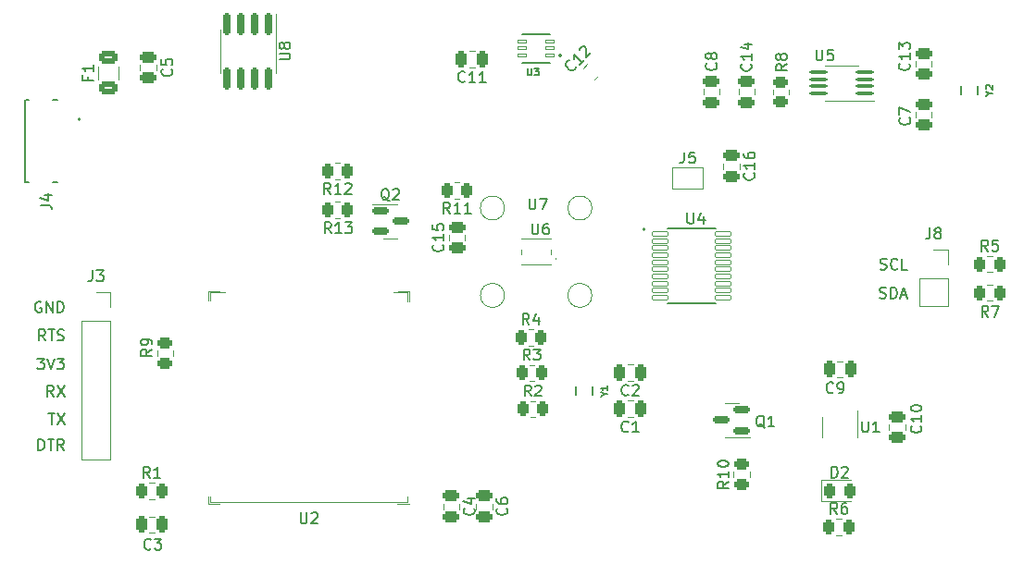
<source format=gto>
G04 #@! TF.GenerationSoftware,KiCad,Pcbnew,6.0.11-2627ca5db0~126~ubuntu20.04.1*
G04 #@! TF.CreationDate,2023-04-04T17:10:53-04:00*
G04 #@! TF.ProjectId,water_meter,77617465-725f-46d6-9574-65722e6b6963,rev?*
G04 #@! TF.SameCoordinates,Original*
G04 #@! TF.FileFunction,Legend,Top*
G04 #@! TF.FilePolarity,Positive*
%FSLAX46Y46*%
G04 Gerber Fmt 4.6, Leading zero omitted, Abs format (unit mm)*
G04 Created by KiCad (PCBNEW 6.0.11-2627ca5db0~126~ubuntu20.04.1) date 2023-04-04 17:10:53*
%MOMM*%
%LPD*%
G01*
G04 APERTURE LIST*
G04 Aperture macros list*
%AMRoundRect*
0 Rectangle with rounded corners*
0 $1 Rounding radius*
0 $2 $3 $4 $5 $6 $7 $8 $9 X,Y pos of 4 corners*
0 Add a 4 corners polygon primitive as box body*
4,1,4,$2,$3,$4,$5,$6,$7,$8,$9,$2,$3,0*
0 Add four circle primitives for the rounded corners*
1,1,$1+$1,$2,$3*
1,1,$1+$1,$4,$5*
1,1,$1+$1,$6,$7*
1,1,$1+$1,$8,$9*
0 Add four rect primitives between the rounded corners*
20,1,$1+$1,$2,$3,$4,$5,0*
20,1,$1+$1,$4,$5,$6,$7,0*
20,1,$1+$1,$6,$7,$8,$9,0*
20,1,$1+$1,$8,$9,$2,$3,0*%
G04 Aperture macros list end*
%ADD10C,0.150000*%
%ADD11C,0.120000*%
%ADD12C,0.127000*%
%ADD13C,0.200000*%
%ADD14C,0.100000*%
%ADD15C,1.530000*%
%ADD16C,5.175000*%
%ADD17RoundRect,0.150000X-0.150000X0.825000X-0.150000X-0.825000X0.150000X-0.825000X0.150000X0.825000X0*%
%ADD18R,1.500000X0.900000*%
%ADD19R,0.900000X1.500000*%
%ADD20R,0.900000X0.900000*%
%ADD21RoundRect,0.020500X-0.719500X-0.184500X0.719500X-0.184500X0.719500X0.184500X-0.719500X0.184500X0*%
%ADD22RoundRect,0.250000X-0.625000X0.375000X-0.625000X-0.375000X0.625000X-0.375000X0.625000X0.375000X0*%
%ADD23RoundRect,0.243750X-0.243750X-0.456250X0.243750X-0.456250X0.243750X0.456250X-0.243750X0.456250X0*%
%ADD24R,1.900000X1.100000*%
%ADD25RoundRect,0.250000X-0.262500X-0.450000X0.262500X-0.450000X0.262500X0.450000X-0.262500X0.450000X0*%
%ADD26RoundRect,0.250000X0.262500X0.450000X-0.262500X0.450000X-0.262500X-0.450000X0.262500X-0.450000X0*%
%ADD27RoundRect,0.250000X0.450000X-0.262500X0.450000X0.262500X-0.450000X0.262500X-0.450000X-0.262500X0*%
%ADD28RoundRect,0.250000X-0.450000X0.262500X-0.450000X-0.262500X0.450000X-0.262500X0.450000X0.262500X0*%
%ADD29RoundRect,0.250000X-0.475000X0.250000X-0.475000X-0.250000X0.475000X-0.250000X0.475000X0.250000X0*%
%ADD30RoundRect,0.250000X0.475000X-0.250000X0.475000X0.250000X-0.475000X0.250000X-0.475000X-0.250000X0*%
%ADD31RoundRect,0.250000X0.159099X-0.512652X0.512652X-0.159099X-0.159099X0.512652X-0.512652X0.159099X0*%
%ADD32RoundRect,0.250000X0.250000X0.475000X-0.250000X0.475000X-0.250000X-0.475000X0.250000X-0.475000X0*%
%ADD33RoundRect,0.250000X-0.250000X-0.475000X0.250000X-0.475000X0.250000X0.475000X-0.250000X0.475000X0*%
%ADD34C,1.100000*%
%ADD35R,1.000000X0.600000*%
%ADD36RoundRect,0.150000X-0.587500X-0.150000X0.587500X-0.150000X0.587500X0.150000X-0.587500X0.150000X0*%
%ADD37C,5.000000*%
%ADD38RoundRect,0.012800X0.357200X0.147200X-0.357200X0.147200X-0.357200X-0.147200X0.357200X-0.147200X0*%
%ADD39R,1.300000X2.000000*%
%ADD40R,1.000000X1.500000*%
%ADD41C,0.500000*%
%ADD42R,1.350000X0.400000*%
%ADD43R,1.400000X1.600000*%
%ADD44R,1.900000X1.900000*%
%ADD45O,1.800000X0.900000*%
%ADD46R,1.700000X1.700000*%
%ADD47O,1.700000X1.700000*%
%ADD48R,0.650000X1.560000*%
%ADD49RoundRect,0.150000X0.587500X0.150000X-0.587500X0.150000X-0.587500X-0.150000X0.587500X-0.150000X0*%
%ADD50RoundRect,0.100000X0.712500X0.100000X-0.712500X0.100000X-0.712500X-0.100000X0.712500X-0.100000X0*%
%ADD51C,1.000000*%
G04 APERTURE END LIST*
D10*
X111731904Y-126622380D02*
X112350952Y-126622380D01*
X112017619Y-127003333D01*
X112160476Y-127003333D01*
X112255714Y-127050952D01*
X112303333Y-127098571D01*
X112350952Y-127193809D01*
X112350952Y-127431904D01*
X112303333Y-127527142D01*
X112255714Y-127574761D01*
X112160476Y-127622380D01*
X111874761Y-127622380D01*
X111779523Y-127574761D01*
X111731904Y-127527142D01*
X112636666Y-126622380D02*
X112970000Y-127622380D01*
X113303333Y-126622380D01*
X113541428Y-126622380D02*
X114160476Y-126622380D01*
X113827142Y-127003333D01*
X113970000Y-127003333D01*
X114065238Y-127050952D01*
X114112857Y-127098571D01*
X114160476Y-127193809D01*
X114160476Y-127431904D01*
X114112857Y-127527142D01*
X114065238Y-127574761D01*
X113970000Y-127622380D01*
X113684285Y-127622380D01*
X113589047Y-127574761D01*
X113541428Y-127527142D01*
X112731905Y-131682380D02*
X113303333Y-131682380D01*
X113017619Y-132682380D02*
X113017619Y-131682380D01*
X113541429Y-131682380D02*
X114208095Y-132682380D01*
X114208095Y-131682380D02*
X113541429Y-132682380D01*
X111827142Y-135032380D02*
X111827142Y-134032380D01*
X112065238Y-134032380D01*
X112208095Y-134080000D01*
X112303333Y-134175238D01*
X112350952Y-134270476D01*
X112398571Y-134460952D01*
X112398571Y-134603809D01*
X112350952Y-134794285D01*
X112303333Y-134889523D01*
X112208095Y-134984761D01*
X112065238Y-135032380D01*
X111827142Y-135032380D01*
X112684285Y-134032380D02*
X113255714Y-134032380D01*
X112970000Y-135032380D02*
X112970000Y-134032380D01*
X114160476Y-135032380D02*
X113827142Y-134556190D01*
X113589047Y-135032380D02*
X113589047Y-134032380D01*
X113970000Y-134032380D01*
X114065238Y-134080000D01*
X114112857Y-134127619D01*
X114160476Y-134222857D01*
X114160476Y-134365714D01*
X114112857Y-134460952D01*
X114065238Y-134508571D01*
X113970000Y-134556190D01*
X113589047Y-134556190D01*
X113208095Y-130082380D02*
X112874762Y-129606190D01*
X112636666Y-130082380D02*
X112636666Y-129082380D01*
X113017619Y-129082380D01*
X113112857Y-129130000D01*
X113160476Y-129177619D01*
X113208095Y-129272857D01*
X113208095Y-129415714D01*
X113160476Y-129510952D01*
X113112857Y-129558571D01*
X113017619Y-129606190D01*
X112636666Y-129606190D01*
X113541428Y-129082380D02*
X114208095Y-130082380D01*
X114208095Y-129082380D02*
X113541428Y-130082380D01*
X112446190Y-124982380D02*
X112112857Y-124506190D01*
X111874762Y-124982380D02*
X111874762Y-123982380D01*
X112255714Y-123982380D01*
X112350952Y-124030000D01*
X112398571Y-124077619D01*
X112446190Y-124172857D01*
X112446190Y-124315714D01*
X112398571Y-124410952D01*
X112350952Y-124458571D01*
X112255714Y-124506190D01*
X111874762Y-124506190D01*
X112731905Y-123982380D02*
X113303333Y-123982380D01*
X113017619Y-124982380D02*
X113017619Y-123982380D01*
X113589048Y-124934761D02*
X113731905Y-124982380D01*
X113970000Y-124982380D01*
X114065238Y-124934761D01*
X114112857Y-124887142D01*
X114160476Y-124791904D01*
X114160476Y-124696666D01*
X114112857Y-124601428D01*
X114065238Y-124553809D01*
X113970000Y-124506190D01*
X113779524Y-124458571D01*
X113684286Y-124410952D01*
X113636667Y-124363333D01*
X113589048Y-124268095D01*
X113589048Y-124172857D01*
X113636667Y-124077619D01*
X113684286Y-124030000D01*
X113779524Y-123982380D01*
X114017619Y-123982380D01*
X114160476Y-124030000D01*
X112065238Y-121460000D02*
X111970000Y-121412380D01*
X111827143Y-121412380D01*
X111684285Y-121460000D01*
X111589047Y-121555238D01*
X111541428Y-121650476D01*
X111493809Y-121840952D01*
X111493809Y-121983809D01*
X111541428Y-122174285D01*
X111589047Y-122269523D01*
X111684285Y-122364761D01*
X111827143Y-122412380D01*
X111922381Y-122412380D01*
X112065238Y-122364761D01*
X112112857Y-122317142D01*
X112112857Y-121983809D01*
X111922381Y-121983809D01*
X112541428Y-122412380D02*
X112541428Y-121412380D01*
X113112857Y-122412380D01*
X113112857Y-121412380D01*
X113589047Y-122412380D02*
X113589047Y-121412380D01*
X113827143Y-121412380D01*
X113970000Y-121460000D01*
X114065238Y-121555238D01*
X114112857Y-121650476D01*
X114160476Y-121840952D01*
X114160476Y-121983809D01*
X114112857Y-122174285D01*
X114065238Y-122269523D01*
X113970000Y-122364761D01*
X113827143Y-122412380D01*
X113589047Y-122412380D01*
X188819523Y-118434761D02*
X188962380Y-118482380D01*
X189200476Y-118482380D01*
X189295714Y-118434761D01*
X189343333Y-118387142D01*
X189390952Y-118291904D01*
X189390952Y-118196666D01*
X189343333Y-118101428D01*
X189295714Y-118053809D01*
X189200476Y-118006190D01*
X189010000Y-117958571D01*
X188914761Y-117910952D01*
X188867142Y-117863333D01*
X188819523Y-117768095D01*
X188819523Y-117672857D01*
X188867142Y-117577619D01*
X188914761Y-117530000D01*
X189010000Y-117482380D01*
X189248095Y-117482380D01*
X189390952Y-117530000D01*
X190390952Y-118387142D02*
X190343333Y-118434761D01*
X190200476Y-118482380D01*
X190105238Y-118482380D01*
X189962380Y-118434761D01*
X189867142Y-118339523D01*
X189819523Y-118244285D01*
X189771904Y-118053809D01*
X189771904Y-117910952D01*
X189819523Y-117720476D01*
X189867142Y-117625238D01*
X189962380Y-117530000D01*
X190105238Y-117482380D01*
X190200476Y-117482380D01*
X190343333Y-117530000D01*
X190390952Y-117577619D01*
X191295714Y-118482380D02*
X190819523Y-118482380D01*
X190819523Y-117482380D01*
X188771905Y-121074761D02*
X188914762Y-121122380D01*
X189152857Y-121122380D01*
X189248095Y-121074761D01*
X189295714Y-121027142D01*
X189343333Y-120931904D01*
X189343333Y-120836666D01*
X189295714Y-120741428D01*
X189248095Y-120693809D01*
X189152857Y-120646190D01*
X188962381Y-120598571D01*
X188867143Y-120550952D01*
X188819524Y-120503333D01*
X188771905Y-120408095D01*
X188771905Y-120312857D01*
X188819524Y-120217619D01*
X188867143Y-120170000D01*
X188962381Y-120122380D01*
X189200476Y-120122380D01*
X189343333Y-120170000D01*
X189771905Y-121122380D02*
X189771905Y-120122380D01*
X190010000Y-120122380D01*
X190152857Y-120170000D01*
X190248095Y-120265238D01*
X190295714Y-120360476D01*
X190343333Y-120550952D01*
X190343333Y-120693809D01*
X190295714Y-120884285D01*
X190248095Y-120979523D01*
X190152857Y-121074761D01*
X190010000Y-121122380D01*
X189771905Y-121122380D01*
X190724286Y-120836666D02*
X191200476Y-120836666D01*
X190629048Y-121122380D02*
X190962381Y-120122380D01*
X191295714Y-121122380D01*
X133852380Y-99261904D02*
X134661904Y-99261904D01*
X134757142Y-99214285D01*
X134804761Y-99166666D01*
X134852380Y-99071428D01*
X134852380Y-98880952D01*
X134804761Y-98785714D01*
X134757142Y-98738095D01*
X134661904Y-98690476D01*
X133852380Y-98690476D01*
X134280952Y-98071428D02*
X134233333Y-98166666D01*
X134185714Y-98214285D01*
X134090476Y-98261904D01*
X134042857Y-98261904D01*
X133947619Y-98214285D01*
X133900000Y-98166666D01*
X133852380Y-98071428D01*
X133852380Y-97880952D01*
X133900000Y-97785714D01*
X133947619Y-97738095D01*
X134042857Y-97690476D01*
X134090476Y-97690476D01*
X134185714Y-97738095D01*
X134233333Y-97785714D01*
X134280952Y-97880952D01*
X134280952Y-98071428D01*
X134328571Y-98166666D01*
X134376190Y-98214285D01*
X134471428Y-98261904D01*
X134661904Y-98261904D01*
X134757142Y-98214285D01*
X134804761Y-98166666D01*
X134852380Y-98071428D01*
X134852380Y-97880952D01*
X134804761Y-97785714D01*
X134757142Y-97738095D01*
X134661904Y-97690476D01*
X134471428Y-97690476D01*
X134376190Y-97738095D01*
X134328571Y-97785714D01*
X134280952Y-97880952D01*
X135798095Y-140732380D02*
X135798095Y-141541904D01*
X135845714Y-141637142D01*
X135893333Y-141684761D01*
X135988571Y-141732380D01*
X136179047Y-141732380D01*
X136274285Y-141684761D01*
X136321904Y-141637142D01*
X136369523Y-141541904D01*
X136369523Y-140732380D01*
X136798095Y-140827619D02*
X136845714Y-140780000D01*
X136940952Y-140732380D01*
X137179047Y-140732380D01*
X137274285Y-140780000D01*
X137321904Y-140827619D01*
X137369523Y-140922857D01*
X137369523Y-141018095D01*
X137321904Y-141160952D01*
X136750476Y-141732380D01*
X137369523Y-141732380D01*
X171178095Y-113292380D02*
X171178095Y-114101904D01*
X171225714Y-114197142D01*
X171273333Y-114244761D01*
X171368571Y-114292380D01*
X171559047Y-114292380D01*
X171654285Y-114244761D01*
X171701904Y-114197142D01*
X171749523Y-114101904D01*
X171749523Y-113292380D01*
X172654285Y-113625714D02*
X172654285Y-114292380D01*
X172416190Y-113244761D02*
X172178095Y-113959047D01*
X172797142Y-113959047D01*
X116338571Y-100803333D02*
X116338571Y-101136666D01*
X116862380Y-101136666D02*
X115862380Y-101136666D01*
X115862380Y-100660476D01*
X116862380Y-99755714D02*
X116862380Y-100327142D01*
X116862380Y-100041428D02*
X115862380Y-100041428D01*
X116005238Y-100136666D01*
X116100476Y-100231904D01*
X116148095Y-100327142D01*
X184351904Y-137532380D02*
X184351904Y-136532380D01*
X184590000Y-136532380D01*
X184732857Y-136580000D01*
X184828095Y-136675238D01*
X184875714Y-136770476D01*
X184923333Y-136960952D01*
X184923333Y-137103809D01*
X184875714Y-137294285D01*
X184828095Y-137389523D01*
X184732857Y-137484761D01*
X184590000Y-137532380D01*
X184351904Y-137532380D01*
X185304285Y-136627619D02*
X185351904Y-136580000D01*
X185447142Y-136532380D01*
X185685238Y-136532380D01*
X185780476Y-136580000D01*
X185828095Y-136627619D01*
X185875714Y-136722857D01*
X185875714Y-136818095D01*
X185828095Y-136960952D01*
X185256666Y-137532380D01*
X185875714Y-137532380D01*
X163583661Y-129901761D02*
X163888423Y-129901761D01*
X163248423Y-130115095D02*
X163583661Y-129901761D01*
X163248423Y-129688428D01*
X163888423Y-129139857D02*
X163888423Y-129505571D01*
X163888423Y-129322714D02*
X163248423Y-129322714D01*
X163339852Y-129383666D01*
X163400804Y-129444619D01*
X163431280Y-129505571D01*
X198781161Y-102361761D02*
X199085923Y-102361761D01*
X198445923Y-102575095D02*
X198781161Y-102361761D01*
X198445923Y-102148428D01*
X198506876Y-101965571D02*
X198476400Y-101935095D01*
X198445923Y-101874142D01*
X198445923Y-101721761D01*
X198476400Y-101660809D01*
X198506876Y-101630333D01*
X198567828Y-101599857D01*
X198628780Y-101599857D01*
X198720209Y-101630333D01*
X199085923Y-101996047D01*
X199085923Y-101599857D01*
X138607142Y-115152380D02*
X138273809Y-114676190D01*
X138035714Y-115152380D02*
X138035714Y-114152380D01*
X138416666Y-114152380D01*
X138511904Y-114200000D01*
X138559523Y-114247619D01*
X138607142Y-114342857D01*
X138607142Y-114485714D01*
X138559523Y-114580952D01*
X138511904Y-114628571D01*
X138416666Y-114676190D01*
X138035714Y-114676190D01*
X139559523Y-115152380D02*
X138988095Y-115152380D01*
X139273809Y-115152380D02*
X139273809Y-114152380D01*
X139178571Y-114295238D01*
X139083333Y-114390476D01*
X138988095Y-114438095D01*
X139892857Y-114152380D02*
X140511904Y-114152380D01*
X140178571Y-114533333D01*
X140321428Y-114533333D01*
X140416666Y-114580952D01*
X140464285Y-114628571D01*
X140511904Y-114723809D01*
X140511904Y-114961904D01*
X140464285Y-115057142D01*
X140416666Y-115104761D01*
X140321428Y-115152380D01*
X140035714Y-115152380D01*
X139940476Y-115104761D01*
X139892857Y-115057142D01*
X138549142Y-111576380D02*
X138215809Y-111100190D01*
X137977714Y-111576380D02*
X137977714Y-110576380D01*
X138358666Y-110576380D01*
X138453904Y-110624000D01*
X138501523Y-110671619D01*
X138549142Y-110766857D01*
X138549142Y-110909714D01*
X138501523Y-111004952D01*
X138453904Y-111052571D01*
X138358666Y-111100190D01*
X137977714Y-111100190D01*
X139501523Y-111576380D02*
X138930095Y-111576380D01*
X139215809Y-111576380D02*
X139215809Y-110576380D01*
X139120571Y-110719238D01*
X139025333Y-110814476D01*
X138930095Y-110862095D01*
X139882476Y-110671619D02*
X139930095Y-110624000D01*
X140025333Y-110576380D01*
X140263428Y-110576380D01*
X140358666Y-110624000D01*
X140406285Y-110671619D01*
X140453904Y-110766857D01*
X140453904Y-110862095D01*
X140406285Y-111004952D01*
X139834857Y-111576380D01*
X140453904Y-111576380D01*
X149471142Y-113354380D02*
X149137809Y-112878190D01*
X148899714Y-113354380D02*
X148899714Y-112354380D01*
X149280666Y-112354380D01*
X149375904Y-112402000D01*
X149423523Y-112449619D01*
X149471142Y-112544857D01*
X149471142Y-112687714D01*
X149423523Y-112782952D01*
X149375904Y-112830571D01*
X149280666Y-112878190D01*
X148899714Y-112878190D01*
X150423523Y-113354380D02*
X149852095Y-113354380D01*
X150137809Y-113354380D02*
X150137809Y-112354380D01*
X150042571Y-112497238D01*
X149947333Y-112592476D01*
X149852095Y-112640095D01*
X151375904Y-113354380D02*
X150804476Y-113354380D01*
X151090190Y-113354380D02*
X151090190Y-112354380D01*
X150994952Y-112497238D01*
X150899714Y-112592476D01*
X150804476Y-112640095D01*
X174942380Y-137892857D02*
X174466190Y-138226190D01*
X174942380Y-138464285D02*
X173942380Y-138464285D01*
X173942380Y-138083333D01*
X173990000Y-137988095D01*
X174037619Y-137940476D01*
X174132857Y-137892857D01*
X174275714Y-137892857D01*
X174370952Y-137940476D01*
X174418571Y-137988095D01*
X174466190Y-138083333D01*
X174466190Y-138464285D01*
X174942380Y-136940476D02*
X174942380Y-137511904D01*
X174942380Y-137226190D02*
X173942380Y-137226190D01*
X174085238Y-137321428D01*
X174180476Y-137416666D01*
X174228095Y-137511904D01*
X173942380Y-136321428D02*
X173942380Y-136226190D01*
X173990000Y-136130952D01*
X174037619Y-136083333D01*
X174132857Y-136035714D01*
X174323333Y-135988095D01*
X174561428Y-135988095D01*
X174751904Y-136035714D01*
X174847142Y-136083333D01*
X174894761Y-136130952D01*
X174942380Y-136226190D01*
X174942380Y-136321428D01*
X174894761Y-136416666D01*
X174847142Y-136464285D01*
X174751904Y-136511904D01*
X174561428Y-136559523D01*
X174323333Y-136559523D01*
X174132857Y-136511904D01*
X174037619Y-136464285D01*
X173990000Y-136416666D01*
X173942380Y-136321428D01*
X122212380Y-125786666D02*
X121736190Y-126120000D01*
X122212380Y-126358095D02*
X121212380Y-126358095D01*
X121212380Y-125977142D01*
X121260000Y-125881904D01*
X121307619Y-125834285D01*
X121402857Y-125786666D01*
X121545714Y-125786666D01*
X121640952Y-125834285D01*
X121688571Y-125881904D01*
X121736190Y-125977142D01*
X121736190Y-126358095D01*
X122212380Y-125310476D02*
X122212380Y-125120000D01*
X122164761Y-125024761D01*
X122117142Y-124977142D01*
X121974285Y-124881904D01*
X121783809Y-124834285D01*
X121402857Y-124834285D01*
X121307619Y-124881904D01*
X121260000Y-124929523D01*
X121212380Y-125024761D01*
X121212380Y-125215238D01*
X121260000Y-125310476D01*
X121307619Y-125358095D01*
X121402857Y-125405714D01*
X121640952Y-125405714D01*
X121736190Y-125358095D01*
X121783809Y-125310476D01*
X121831428Y-125215238D01*
X121831428Y-125024761D01*
X121783809Y-124929523D01*
X121736190Y-124881904D01*
X121640952Y-124834285D01*
X180272380Y-99676666D02*
X179796190Y-100010000D01*
X180272380Y-100248095D02*
X179272380Y-100248095D01*
X179272380Y-99867142D01*
X179320000Y-99771904D01*
X179367619Y-99724285D01*
X179462857Y-99676666D01*
X179605714Y-99676666D01*
X179700952Y-99724285D01*
X179748571Y-99771904D01*
X179796190Y-99867142D01*
X179796190Y-100248095D01*
X179700952Y-99105238D02*
X179653333Y-99200476D01*
X179605714Y-99248095D01*
X179510476Y-99295714D01*
X179462857Y-99295714D01*
X179367619Y-99248095D01*
X179320000Y-99200476D01*
X179272380Y-99105238D01*
X179272380Y-98914761D01*
X179320000Y-98819523D01*
X179367619Y-98771904D01*
X179462857Y-98724285D01*
X179510476Y-98724285D01*
X179605714Y-98771904D01*
X179653333Y-98819523D01*
X179700952Y-98914761D01*
X179700952Y-99105238D01*
X179748571Y-99200476D01*
X179796190Y-99248095D01*
X179891428Y-99295714D01*
X180081904Y-99295714D01*
X180177142Y-99248095D01*
X180224761Y-99200476D01*
X180272380Y-99105238D01*
X180272380Y-98914761D01*
X180224761Y-98819523D01*
X180177142Y-98771904D01*
X180081904Y-98724285D01*
X179891428Y-98724285D01*
X179796190Y-98771904D01*
X179748571Y-98819523D01*
X179700952Y-98914761D01*
X198683333Y-122802380D02*
X198350000Y-122326190D01*
X198111904Y-122802380D02*
X198111904Y-121802380D01*
X198492857Y-121802380D01*
X198588095Y-121850000D01*
X198635714Y-121897619D01*
X198683333Y-121992857D01*
X198683333Y-122135714D01*
X198635714Y-122230952D01*
X198588095Y-122278571D01*
X198492857Y-122326190D01*
X198111904Y-122326190D01*
X199016666Y-121802380D02*
X199683333Y-121802380D01*
X199254761Y-122802380D01*
X184873333Y-140852380D02*
X184540000Y-140376190D01*
X184301904Y-140852380D02*
X184301904Y-139852380D01*
X184682857Y-139852380D01*
X184778095Y-139900000D01*
X184825714Y-139947619D01*
X184873333Y-140042857D01*
X184873333Y-140185714D01*
X184825714Y-140280952D01*
X184778095Y-140328571D01*
X184682857Y-140376190D01*
X184301904Y-140376190D01*
X185730476Y-139852380D02*
X185540000Y-139852380D01*
X185444761Y-139900000D01*
X185397142Y-139947619D01*
X185301904Y-140090476D01*
X185254285Y-140280952D01*
X185254285Y-140661904D01*
X185301904Y-140757142D01*
X185349523Y-140804761D01*
X185444761Y-140852380D01*
X185635238Y-140852380D01*
X185730476Y-140804761D01*
X185778095Y-140757142D01*
X185825714Y-140661904D01*
X185825714Y-140423809D01*
X185778095Y-140328571D01*
X185730476Y-140280952D01*
X185635238Y-140233333D01*
X185444761Y-140233333D01*
X185349523Y-140280952D01*
X185301904Y-140328571D01*
X185254285Y-140423809D01*
X198673333Y-116792380D02*
X198340000Y-116316190D01*
X198101904Y-116792380D02*
X198101904Y-115792380D01*
X198482857Y-115792380D01*
X198578095Y-115840000D01*
X198625714Y-115887619D01*
X198673333Y-115982857D01*
X198673333Y-116125714D01*
X198625714Y-116220952D01*
X198578095Y-116268571D01*
X198482857Y-116316190D01*
X198101904Y-116316190D01*
X199578095Y-115792380D02*
X199101904Y-115792380D01*
X199054285Y-116268571D01*
X199101904Y-116220952D01*
X199197142Y-116173333D01*
X199435238Y-116173333D01*
X199530476Y-116220952D01*
X199578095Y-116268571D01*
X199625714Y-116363809D01*
X199625714Y-116601904D01*
X199578095Y-116697142D01*
X199530476Y-116744761D01*
X199435238Y-116792380D01*
X199197142Y-116792380D01*
X199101904Y-116744761D01*
X199054285Y-116697142D01*
X156703333Y-123512380D02*
X156370000Y-123036190D01*
X156131904Y-123512380D02*
X156131904Y-122512380D01*
X156512857Y-122512380D01*
X156608095Y-122560000D01*
X156655714Y-122607619D01*
X156703333Y-122702857D01*
X156703333Y-122845714D01*
X156655714Y-122940952D01*
X156608095Y-122988571D01*
X156512857Y-123036190D01*
X156131904Y-123036190D01*
X157560476Y-122845714D02*
X157560476Y-123512380D01*
X157322380Y-122464761D02*
X157084285Y-123179047D01*
X157703333Y-123179047D01*
X156775833Y-126767380D02*
X156442500Y-126291190D01*
X156204404Y-126767380D02*
X156204404Y-125767380D01*
X156585357Y-125767380D01*
X156680595Y-125815000D01*
X156728214Y-125862619D01*
X156775833Y-125957857D01*
X156775833Y-126100714D01*
X156728214Y-126195952D01*
X156680595Y-126243571D01*
X156585357Y-126291190D01*
X156204404Y-126291190D01*
X157109166Y-125767380D02*
X157728214Y-125767380D01*
X157394880Y-126148333D01*
X157537738Y-126148333D01*
X157632976Y-126195952D01*
X157680595Y-126243571D01*
X157728214Y-126338809D01*
X157728214Y-126576904D01*
X157680595Y-126672142D01*
X157632976Y-126719761D01*
X157537738Y-126767380D01*
X157252023Y-126767380D01*
X157156785Y-126719761D01*
X157109166Y-126672142D01*
X156875833Y-130067380D02*
X156542500Y-129591190D01*
X156304404Y-130067380D02*
X156304404Y-129067380D01*
X156685357Y-129067380D01*
X156780595Y-129115000D01*
X156828214Y-129162619D01*
X156875833Y-129257857D01*
X156875833Y-129400714D01*
X156828214Y-129495952D01*
X156780595Y-129543571D01*
X156685357Y-129591190D01*
X156304404Y-129591190D01*
X157256785Y-129162619D02*
X157304404Y-129115000D01*
X157399642Y-129067380D01*
X157637738Y-129067380D01*
X157732976Y-129115000D01*
X157780595Y-129162619D01*
X157828214Y-129257857D01*
X157828214Y-129353095D01*
X157780595Y-129495952D01*
X157209166Y-130067380D01*
X157828214Y-130067380D01*
X122025833Y-137562380D02*
X121692500Y-137086190D01*
X121454404Y-137562380D02*
X121454404Y-136562380D01*
X121835357Y-136562380D01*
X121930595Y-136610000D01*
X121978214Y-136657619D01*
X122025833Y-136752857D01*
X122025833Y-136895714D01*
X121978214Y-136990952D01*
X121930595Y-137038571D01*
X121835357Y-137086190D01*
X121454404Y-137086190D01*
X122978214Y-137562380D02*
X122406785Y-137562380D01*
X122692500Y-137562380D02*
X122692500Y-136562380D01*
X122597261Y-136705238D01*
X122502023Y-136800476D01*
X122406785Y-136848095D01*
X177237142Y-109652857D02*
X177284761Y-109700476D01*
X177332380Y-109843333D01*
X177332380Y-109938571D01*
X177284761Y-110081428D01*
X177189523Y-110176666D01*
X177094285Y-110224285D01*
X176903809Y-110271904D01*
X176760952Y-110271904D01*
X176570476Y-110224285D01*
X176475238Y-110176666D01*
X176380000Y-110081428D01*
X176332380Y-109938571D01*
X176332380Y-109843333D01*
X176380000Y-109700476D01*
X176427619Y-109652857D01*
X177332380Y-108700476D02*
X177332380Y-109271904D01*
X177332380Y-108986190D02*
X176332380Y-108986190D01*
X176475238Y-109081428D01*
X176570476Y-109176666D01*
X176618095Y-109271904D01*
X176332380Y-107843333D02*
X176332380Y-108033809D01*
X176380000Y-108129047D01*
X176427619Y-108176666D01*
X176570476Y-108271904D01*
X176760952Y-108319523D01*
X177141904Y-108319523D01*
X177237142Y-108271904D01*
X177284761Y-108224285D01*
X177332380Y-108129047D01*
X177332380Y-107938571D01*
X177284761Y-107843333D01*
X177237142Y-107795714D01*
X177141904Y-107748095D01*
X176903809Y-107748095D01*
X176808571Y-107795714D01*
X176760952Y-107843333D01*
X176713333Y-107938571D01*
X176713333Y-108129047D01*
X176760952Y-108224285D01*
X176808571Y-108271904D01*
X176903809Y-108319523D01*
X148791142Y-116212857D02*
X148838761Y-116260476D01*
X148886380Y-116403333D01*
X148886380Y-116498571D01*
X148838761Y-116641428D01*
X148743523Y-116736666D01*
X148648285Y-116784285D01*
X148457809Y-116831904D01*
X148314952Y-116831904D01*
X148124476Y-116784285D01*
X148029238Y-116736666D01*
X147934000Y-116641428D01*
X147886380Y-116498571D01*
X147886380Y-116403333D01*
X147934000Y-116260476D01*
X147981619Y-116212857D01*
X148886380Y-115260476D02*
X148886380Y-115831904D01*
X148886380Y-115546190D02*
X147886380Y-115546190D01*
X148029238Y-115641428D01*
X148124476Y-115736666D01*
X148172095Y-115831904D01*
X147886380Y-114355714D02*
X147886380Y-114831904D01*
X148362571Y-114879523D01*
X148314952Y-114831904D01*
X148267333Y-114736666D01*
X148267333Y-114498571D01*
X148314952Y-114403333D01*
X148362571Y-114355714D01*
X148457809Y-114308095D01*
X148695904Y-114308095D01*
X148791142Y-114355714D01*
X148838761Y-114403333D01*
X148886380Y-114498571D01*
X148886380Y-114736666D01*
X148838761Y-114831904D01*
X148791142Y-114879523D01*
X176967142Y-99662857D02*
X177014761Y-99710476D01*
X177062380Y-99853333D01*
X177062380Y-99948571D01*
X177014761Y-100091428D01*
X176919523Y-100186666D01*
X176824285Y-100234285D01*
X176633809Y-100281904D01*
X176490952Y-100281904D01*
X176300476Y-100234285D01*
X176205238Y-100186666D01*
X176110000Y-100091428D01*
X176062380Y-99948571D01*
X176062380Y-99853333D01*
X176110000Y-99710476D01*
X176157619Y-99662857D01*
X177062380Y-98710476D02*
X177062380Y-99281904D01*
X177062380Y-98996190D02*
X176062380Y-98996190D01*
X176205238Y-99091428D01*
X176300476Y-99186666D01*
X176348095Y-99281904D01*
X176395714Y-97853333D02*
X177062380Y-97853333D01*
X176014761Y-98091428D02*
X176729047Y-98329523D01*
X176729047Y-97710476D01*
X191427142Y-99602857D02*
X191474761Y-99650476D01*
X191522380Y-99793333D01*
X191522380Y-99888571D01*
X191474761Y-100031428D01*
X191379523Y-100126666D01*
X191284285Y-100174285D01*
X191093809Y-100221904D01*
X190950952Y-100221904D01*
X190760476Y-100174285D01*
X190665238Y-100126666D01*
X190570000Y-100031428D01*
X190522380Y-99888571D01*
X190522380Y-99793333D01*
X190570000Y-99650476D01*
X190617619Y-99602857D01*
X191522380Y-98650476D02*
X191522380Y-99221904D01*
X191522380Y-98936190D02*
X190522380Y-98936190D01*
X190665238Y-99031428D01*
X190760476Y-99126666D01*
X190808095Y-99221904D01*
X190522380Y-98317142D02*
X190522380Y-97698095D01*
X190903333Y-98031428D01*
X190903333Y-97888571D01*
X190950952Y-97793333D01*
X190998571Y-97745714D01*
X191093809Y-97698095D01*
X191331904Y-97698095D01*
X191427142Y-97745714D01*
X191474761Y-97793333D01*
X191522380Y-97888571D01*
X191522380Y-98174285D01*
X191474761Y-98269523D01*
X191427142Y-98317142D01*
X160960030Y-99909167D02*
X160960030Y-99976511D01*
X160892686Y-100111198D01*
X160825343Y-100178541D01*
X160690656Y-100245885D01*
X160555969Y-100245885D01*
X160454954Y-100212213D01*
X160286595Y-100111198D01*
X160185580Y-100010183D01*
X160084564Y-99841824D01*
X160050893Y-99740809D01*
X160050893Y-99606122D01*
X160118236Y-99471435D01*
X160185580Y-99404091D01*
X160320267Y-99336748D01*
X160387610Y-99336748D01*
X161700809Y-99303076D02*
X161296748Y-99707137D01*
X161498778Y-99505106D02*
X160791671Y-98797999D01*
X160825343Y-98966358D01*
X160825343Y-99101045D01*
X160791671Y-99202061D01*
X161330419Y-98393938D02*
X161330419Y-98326595D01*
X161364091Y-98225580D01*
X161532450Y-98057221D01*
X161633465Y-98023549D01*
X161700809Y-98023549D01*
X161801824Y-98057221D01*
X161869167Y-98124564D01*
X161936511Y-98259251D01*
X161936511Y-99067373D01*
X162374244Y-98629641D01*
X150827142Y-101247142D02*
X150779523Y-101294761D01*
X150636666Y-101342380D01*
X150541428Y-101342380D01*
X150398571Y-101294761D01*
X150303333Y-101199523D01*
X150255714Y-101104285D01*
X150208095Y-100913809D01*
X150208095Y-100770952D01*
X150255714Y-100580476D01*
X150303333Y-100485238D01*
X150398571Y-100390000D01*
X150541428Y-100342380D01*
X150636666Y-100342380D01*
X150779523Y-100390000D01*
X150827142Y-100437619D01*
X151779523Y-101342380D02*
X151208095Y-101342380D01*
X151493809Y-101342380D02*
X151493809Y-100342380D01*
X151398571Y-100485238D01*
X151303333Y-100580476D01*
X151208095Y-100628095D01*
X152731904Y-101342380D02*
X152160476Y-101342380D01*
X152446190Y-101342380D02*
X152446190Y-100342380D01*
X152350952Y-100485238D01*
X152255714Y-100580476D01*
X152160476Y-100628095D01*
X192497142Y-132792857D02*
X192544761Y-132840476D01*
X192592380Y-132983333D01*
X192592380Y-133078571D01*
X192544761Y-133221428D01*
X192449523Y-133316666D01*
X192354285Y-133364285D01*
X192163809Y-133411904D01*
X192020952Y-133411904D01*
X191830476Y-133364285D01*
X191735238Y-133316666D01*
X191640000Y-133221428D01*
X191592380Y-133078571D01*
X191592380Y-132983333D01*
X191640000Y-132840476D01*
X191687619Y-132792857D01*
X192592380Y-131840476D02*
X192592380Y-132411904D01*
X192592380Y-132126190D02*
X191592380Y-132126190D01*
X191735238Y-132221428D01*
X191830476Y-132316666D01*
X191878095Y-132411904D01*
X191592380Y-131221428D02*
X191592380Y-131126190D01*
X191640000Y-131030952D01*
X191687619Y-130983333D01*
X191782857Y-130935714D01*
X191973333Y-130888095D01*
X192211428Y-130888095D01*
X192401904Y-130935714D01*
X192497142Y-130983333D01*
X192544761Y-131030952D01*
X192592380Y-131126190D01*
X192592380Y-131221428D01*
X192544761Y-131316666D01*
X192497142Y-131364285D01*
X192401904Y-131411904D01*
X192211428Y-131459523D01*
X191973333Y-131459523D01*
X191782857Y-131411904D01*
X191687619Y-131364285D01*
X191640000Y-131316666D01*
X191592380Y-131221428D01*
X184513333Y-129707142D02*
X184465714Y-129754761D01*
X184322857Y-129802380D01*
X184227619Y-129802380D01*
X184084761Y-129754761D01*
X183989523Y-129659523D01*
X183941904Y-129564285D01*
X183894285Y-129373809D01*
X183894285Y-129230952D01*
X183941904Y-129040476D01*
X183989523Y-128945238D01*
X184084761Y-128850000D01*
X184227619Y-128802380D01*
X184322857Y-128802380D01*
X184465714Y-128850000D01*
X184513333Y-128897619D01*
X184989523Y-129802380D02*
X185180000Y-129802380D01*
X185275238Y-129754761D01*
X185322857Y-129707142D01*
X185418095Y-129564285D01*
X185465714Y-129373809D01*
X185465714Y-128992857D01*
X185418095Y-128897619D01*
X185370476Y-128850000D01*
X185275238Y-128802380D01*
X185084761Y-128802380D01*
X184989523Y-128850000D01*
X184941904Y-128897619D01*
X184894285Y-128992857D01*
X184894285Y-129230952D01*
X184941904Y-129326190D01*
X184989523Y-129373809D01*
X185084761Y-129421428D01*
X185275238Y-129421428D01*
X185370476Y-129373809D01*
X185418095Y-129326190D01*
X185465714Y-129230952D01*
X173777142Y-99596666D02*
X173824761Y-99644285D01*
X173872380Y-99787142D01*
X173872380Y-99882380D01*
X173824761Y-100025238D01*
X173729523Y-100120476D01*
X173634285Y-100168095D01*
X173443809Y-100215714D01*
X173300952Y-100215714D01*
X173110476Y-100168095D01*
X173015238Y-100120476D01*
X172920000Y-100025238D01*
X172872380Y-99882380D01*
X172872380Y-99787142D01*
X172920000Y-99644285D01*
X172967619Y-99596666D01*
X173300952Y-99025238D02*
X173253333Y-99120476D01*
X173205714Y-99168095D01*
X173110476Y-99215714D01*
X173062857Y-99215714D01*
X172967619Y-99168095D01*
X172920000Y-99120476D01*
X172872380Y-99025238D01*
X172872380Y-98834761D01*
X172920000Y-98739523D01*
X172967619Y-98691904D01*
X173062857Y-98644285D01*
X173110476Y-98644285D01*
X173205714Y-98691904D01*
X173253333Y-98739523D01*
X173300952Y-98834761D01*
X173300952Y-99025238D01*
X173348571Y-99120476D01*
X173396190Y-99168095D01*
X173491428Y-99215714D01*
X173681904Y-99215714D01*
X173777142Y-99168095D01*
X173824761Y-99120476D01*
X173872380Y-99025238D01*
X173872380Y-98834761D01*
X173824761Y-98739523D01*
X173777142Y-98691904D01*
X173681904Y-98644285D01*
X173491428Y-98644285D01*
X173396190Y-98691904D01*
X173348571Y-98739523D01*
X173300952Y-98834761D01*
X191467142Y-104596666D02*
X191514761Y-104644285D01*
X191562380Y-104787142D01*
X191562380Y-104882380D01*
X191514761Y-105025238D01*
X191419523Y-105120476D01*
X191324285Y-105168095D01*
X191133809Y-105215714D01*
X190990952Y-105215714D01*
X190800476Y-105168095D01*
X190705238Y-105120476D01*
X190610000Y-105025238D01*
X190562380Y-104882380D01*
X190562380Y-104787142D01*
X190610000Y-104644285D01*
X190657619Y-104596666D01*
X190562380Y-104263333D02*
X190562380Y-103596666D01*
X191562380Y-104025238D01*
X154627142Y-140336666D02*
X154674761Y-140384285D01*
X154722380Y-140527142D01*
X154722380Y-140622380D01*
X154674761Y-140765238D01*
X154579523Y-140860476D01*
X154484285Y-140908095D01*
X154293809Y-140955714D01*
X154150952Y-140955714D01*
X153960476Y-140908095D01*
X153865238Y-140860476D01*
X153770000Y-140765238D01*
X153722380Y-140622380D01*
X153722380Y-140527142D01*
X153770000Y-140384285D01*
X153817619Y-140336666D01*
X153722380Y-139479523D02*
X153722380Y-139670000D01*
X153770000Y-139765238D01*
X153817619Y-139812857D01*
X153960476Y-139908095D01*
X154150952Y-139955714D01*
X154531904Y-139955714D01*
X154627142Y-139908095D01*
X154674761Y-139860476D01*
X154722380Y-139765238D01*
X154722380Y-139574761D01*
X154674761Y-139479523D01*
X154627142Y-139431904D01*
X154531904Y-139384285D01*
X154293809Y-139384285D01*
X154198571Y-139431904D01*
X154150952Y-139479523D01*
X154103333Y-139574761D01*
X154103333Y-139765238D01*
X154150952Y-139860476D01*
X154198571Y-139908095D01*
X154293809Y-139955714D01*
X123987142Y-100146666D02*
X124034761Y-100194285D01*
X124082380Y-100337142D01*
X124082380Y-100432380D01*
X124034761Y-100575238D01*
X123939523Y-100670476D01*
X123844285Y-100718095D01*
X123653809Y-100765714D01*
X123510952Y-100765714D01*
X123320476Y-100718095D01*
X123225238Y-100670476D01*
X123130000Y-100575238D01*
X123082380Y-100432380D01*
X123082380Y-100337142D01*
X123130000Y-100194285D01*
X123177619Y-100146666D01*
X123082380Y-99241904D02*
X123082380Y-99718095D01*
X123558571Y-99765714D01*
X123510952Y-99718095D01*
X123463333Y-99622857D01*
X123463333Y-99384761D01*
X123510952Y-99289523D01*
X123558571Y-99241904D01*
X123653809Y-99194285D01*
X123891904Y-99194285D01*
X123987142Y-99241904D01*
X124034761Y-99289523D01*
X124082380Y-99384761D01*
X124082380Y-99622857D01*
X124034761Y-99718095D01*
X123987142Y-99765714D01*
X151627142Y-140336666D02*
X151674761Y-140384285D01*
X151722380Y-140527142D01*
X151722380Y-140622380D01*
X151674761Y-140765238D01*
X151579523Y-140860476D01*
X151484285Y-140908095D01*
X151293809Y-140955714D01*
X151150952Y-140955714D01*
X150960476Y-140908095D01*
X150865238Y-140860476D01*
X150770000Y-140765238D01*
X150722380Y-140622380D01*
X150722380Y-140527142D01*
X150770000Y-140384285D01*
X150817619Y-140336666D01*
X151055714Y-139479523D02*
X151722380Y-139479523D01*
X150674761Y-139717619D02*
X151389047Y-139955714D01*
X151389047Y-139336666D01*
X122123333Y-144047142D02*
X122075714Y-144094761D01*
X121932857Y-144142380D01*
X121837619Y-144142380D01*
X121694761Y-144094761D01*
X121599523Y-143999523D01*
X121551904Y-143904285D01*
X121504285Y-143713809D01*
X121504285Y-143570952D01*
X121551904Y-143380476D01*
X121599523Y-143285238D01*
X121694761Y-143190000D01*
X121837619Y-143142380D01*
X121932857Y-143142380D01*
X122075714Y-143190000D01*
X122123333Y-143237619D01*
X122456666Y-143142380D02*
X123075714Y-143142380D01*
X122742380Y-143523333D01*
X122885238Y-143523333D01*
X122980476Y-143570952D01*
X123028095Y-143618571D01*
X123075714Y-143713809D01*
X123075714Y-143951904D01*
X123028095Y-144047142D01*
X122980476Y-144094761D01*
X122885238Y-144142380D01*
X122599523Y-144142380D01*
X122504285Y-144094761D01*
X122456666Y-144047142D01*
X165775833Y-129947142D02*
X165728214Y-129994761D01*
X165585357Y-130042380D01*
X165490119Y-130042380D01*
X165347261Y-129994761D01*
X165252023Y-129899523D01*
X165204404Y-129804285D01*
X165156785Y-129613809D01*
X165156785Y-129470952D01*
X165204404Y-129280476D01*
X165252023Y-129185238D01*
X165347261Y-129090000D01*
X165490119Y-129042380D01*
X165585357Y-129042380D01*
X165728214Y-129090000D01*
X165775833Y-129137619D01*
X166156785Y-129137619D02*
X166204404Y-129090000D01*
X166299642Y-129042380D01*
X166537738Y-129042380D01*
X166632976Y-129090000D01*
X166680595Y-129137619D01*
X166728214Y-129232857D01*
X166728214Y-129328095D01*
X166680595Y-129470952D01*
X166109166Y-130042380D01*
X166728214Y-130042380D01*
X165775833Y-133277142D02*
X165728214Y-133324761D01*
X165585357Y-133372380D01*
X165490119Y-133372380D01*
X165347261Y-133324761D01*
X165252023Y-133229523D01*
X165204404Y-133134285D01*
X165156785Y-132943809D01*
X165156785Y-132800952D01*
X165204404Y-132610476D01*
X165252023Y-132515238D01*
X165347261Y-132420000D01*
X165490119Y-132372380D01*
X165585357Y-132372380D01*
X165728214Y-132420000D01*
X165775833Y-132467619D01*
X166728214Y-133372380D02*
X166156785Y-133372380D01*
X166442500Y-133372380D02*
X166442500Y-132372380D01*
X166347261Y-132515238D01*
X166252023Y-132610476D01*
X166156785Y-132658095D01*
X156718095Y-111974380D02*
X156718095Y-112783904D01*
X156765714Y-112879142D01*
X156813333Y-112926761D01*
X156908571Y-112974380D01*
X157099047Y-112974380D01*
X157194285Y-112926761D01*
X157241904Y-112879142D01*
X157289523Y-112783904D01*
X157289523Y-111974380D01*
X157670476Y-111974380D02*
X158337142Y-111974380D01*
X157908571Y-112974380D01*
X156972095Y-114260380D02*
X156972095Y-115069904D01*
X157019714Y-115165142D01*
X157067333Y-115212761D01*
X157162571Y-115260380D01*
X157353047Y-115260380D01*
X157448285Y-115212761D01*
X157495904Y-115165142D01*
X157543523Y-115069904D01*
X157543523Y-114260380D01*
X158448285Y-114260380D02*
X158257809Y-114260380D01*
X158162571Y-114308000D01*
X158114952Y-114355619D01*
X158019714Y-114498476D01*
X157972095Y-114688952D01*
X157972095Y-115069904D01*
X158019714Y-115165142D01*
X158067333Y-115212761D01*
X158162571Y-115260380D01*
X158353047Y-115260380D01*
X158448285Y-115212761D01*
X158495904Y-115165142D01*
X158543523Y-115069904D01*
X158543523Y-114831809D01*
X158495904Y-114736571D01*
X158448285Y-114688952D01*
X158353047Y-114641333D01*
X158162571Y-114641333D01*
X158067333Y-114688952D01*
X158019714Y-114736571D01*
X157972095Y-114831809D01*
X143922761Y-112193619D02*
X143827523Y-112146000D01*
X143732285Y-112050761D01*
X143589428Y-111907904D01*
X143494190Y-111860285D01*
X143398952Y-111860285D01*
X143446571Y-112098380D02*
X143351333Y-112050761D01*
X143256095Y-111955523D01*
X143208476Y-111765047D01*
X143208476Y-111431714D01*
X143256095Y-111241238D01*
X143351333Y-111146000D01*
X143446571Y-111098380D01*
X143637047Y-111098380D01*
X143732285Y-111146000D01*
X143827523Y-111241238D01*
X143875142Y-111431714D01*
X143875142Y-111765047D01*
X143827523Y-111955523D01*
X143732285Y-112050761D01*
X143637047Y-112098380D01*
X143446571Y-112098380D01*
X144256095Y-111193619D02*
X144303714Y-111146000D01*
X144398952Y-111098380D01*
X144637047Y-111098380D01*
X144732285Y-111146000D01*
X144779904Y-111193619D01*
X144827523Y-111288857D01*
X144827523Y-111384095D01*
X144779904Y-111526952D01*
X144208476Y-112098380D01*
X144827523Y-112098380D01*
X156580380Y-100045923D02*
X156580380Y-100564019D01*
X156610857Y-100624971D01*
X156641333Y-100655447D01*
X156702285Y-100685923D01*
X156824190Y-100685923D01*
X156885142Y-100655447D01*
X156915619Y-100624971D01*
X156946095Y-100564019D01*
X156946095Y-100045923D01*
X157189904Y-100045923D02*
X157586095Y-100045923D01*
X157372761Y-100289733D01*
X157464190Y-100289733D01*
X157525142Y-100320209D01*
X157555619Y-100350685D01*
X157586095Y-100411638D01*
X157586095Y-100564019D01*
X157555619Y-100624971D01*
X157525142Y-100655447D01*
X157464190Y-100685923D01*
X157281333Y-100685923D01*
X157220380Y-100655447D01*
X157189904Y-100624971D01*
X170884166Y-107742380D02*
X170884166Y-108456666D01*
X170836547Y-108599523D01*
X170741309Y-108694761D01*
X170598452Y-108742380D01*
X170503214Y-108742380D01*
X171836547Y-107742380D02*
X171360357Y-107742380D01*
X171312738Y-108218571D01*
X171360357Y-108170952D01*
X171455595Y-108123333D01*
X171693690Y-108123333D01*
X171788928Y-108170952D01*
X171836547Y-108218571D01*
X171884166Y-108313809D01*
X171884166Y-108551904D01*
X171836547Y-108647142D01*
X171788928Y-108694761D01*
X171693690Y-108742380D01*
X171455595Y-108742380D01*
X171360357Y-108694761D01*
X171312738Y-108647142D01*
X112032380Y-112583333D02*
X112746666Y-112583333D01*
X112889523Y-112630952D01*
X112984761Y-112726190D01*
X113032380Y-112869047D01*
X113032380Y-112964285D01*
X112365714Y-111678571D02*
X113032380Y-111678571D01*
X111984761Y-111916666D02*
X112699047Y-112154761D01*
X112699047Y-111535714D01*
X116769999Y-118562380D02*
X116769999Y-119276666D01*
X116722380Y-119419523D01*
X116627142Y-119514761D01*
X116484285Y-119562380D01*
X116389047Y-119562380D01*
X117150952Y-118562380D02*
X117769999Y-118562380D01*
X117436666Y-118943333D01*
X117579523Y-118943333D01*
X117674761Y-118990952D01*
X117722380Y-119038571D01*
X117769999Y-119133809D01*
X117769999Y-119371904D01*
X117722380Y-119467142D01*
X117674761Y-119514761D01*
X117579523Y-119562380D01*
X117293809Y-119562380D01*
X117198571Y-119514761D01*
X117150952Y-119467142D01*
X187158095Y-132382380D02*
X187158095Y-133191904D01*
X187205714Y-133287142D01*
X187253333Y-133334761D01*
X187348571Y-133382380D01*
X187539047Y-133382380D01*
X187634285Y-133334761D01*
X187681904Y-133287142D01*
X187729523Y-133191904D01*
X187729523Y-132382380D01*
X188729523Y-133382380D02*
X188158095Y-133382380D01*
X188443809Y-133382380D02*
X188443809Y-132382380D01*
X188348571Y-132525238D01*
X188253333Y-132620476D01*
X188158095Y-132668095D01*
X193356666Y-114662380D02*
X193356666Y-115376666D01*
X193309047Y-115519523D01*
X193213809Y-115614761D01*
X193070952Y-115662380D01*
X192975714Y-115662380D01*
X193975714Y-115090952D02*
X193880476Y-115043333D01*
X193832857Y-114995714D01*
X193785238Y-114900476D01*
X193785238Y-114852857D01*
X193832857Y-114757619D01*
X193880476Y-114710000D01*
X193975714Y-114662380D01*
X194166190Y-114662380D01*
X194261428Y-114710000D01*
X194309047Y-114757619D01*
X194356666Y-114852857D01*
X194356666Y-114900476D01*
X194309047Y-114995714D01*
X194261428Y-115043333D01*
X194166190Y-115090952D01*
X193975714Y-115090952D01*
X193880476Y-115138571D01*
X193832857Y-115186190D01*
X193785238Y-115281428D01*
X193785238Y-115471904D01*
X193832857Y-115567142D01*
X193880476Y-115614761D01*
X193975714Y-115662380D01*
X194166190Y-115662380D01*
X194261428Y-115614761D01*
X194309047Y-115567142D01*
X194356666Y-115471904D01*
X194356666Y-115281428D01*
X194309047Y-115186190D01*
X194261428Y-115138571D01*
X194166190Y-115090952D01*
X178234761Y-132967619D02*
X178139523Y-132920000D01*
X178044285Y-132824761D01*
X177901428Y-132681904D01*
X177806190Y-132634285D01*
X177710952Y-132634285D01*
X177758571Y-132872380D02*
X177663333Y-132824761D01*
X177568095Y-132729523D01*
X177520476Y-132539047D01*
X177520476Y-132205714D01*
X177568095Y-132015238D01*
X177663333Y-131920000D01*
X177758571Y-131872380D01*
X177949047Y-131872380D01*
X178044285Y-131920000D01*
X178139523Y-132015238D01*
X178187142Y-132205714D01*
X178187142Y-132539047D01*
X178139523Y-132729523D01*
X178044285Y-132824761D01*
X177949047Y-132872380D01*
X177758571Y-132872380D01*
X179139523Y-132872380D02*
X178568095Y-132872380D01*
X178853809Y-132872380D02*
X178853809Y-131872380D01*
X178758571Y-132015238D01*
X178663333Y-132110476D01*
X178568095Y-132158095D01*
X182968095Y-98332380D02*
X182968095Y-99141904D01*
X183015714Y-99237142D01*
X183063333Y-99284761D01*
X183158571Y-99332380D01*
X183349047Y-99332380D01*
X183444285Y-99284761D01*
X183491904Y-99237142D01*
X183539523Y-99141904D01*
X183539523Y-98332380D01*
X184491904Y-98332380D02*
X184015714Y-98332380D01*
X183968095Y-98808571D01*
X184015714Y-98760952D01*
X184110952Y-98713333D01*
X184349047Y-98713333D01*
X184444285Y-98760952D01*
X184491904Y-98808571D01*
X184539523Y-98903809D01*
X184539523Y-99141904D01*
X184491904Y-99237142D01*
X184444285Y-99284761D01*
X184349047Y-99332380D01*
X184110952Y-99332380D01*
X184015714Y-99284761D01*
X183968095Y-99237142D01*
D11*
X133560000Y-98500000D02*
X133560000Y-100450000D01*
X128440000Y-98500000D02*
X128440000Y-100450000D01*
X133560000Y-98500000D02*
X133560000Y-95050000D01*
X128440000Y-98500000D02*
X128440000Y-96550000D01*
X145560000Y-139780000D02*
X145560000Y-139280000D01*
X127560000Y-139780000D02*
X127560000Y-139280000D01*
X127560000Y-120580000D02*
X128910000Y-120580000D01*
X145560000Y-121430000D02*
X145560000Y-120580000D01*
X145710000Y-120430000D02*
X145710000Y-121430000D01*
X127410000Y-139280000D02*
X127410000Y-139930000D01*
X145760000Y-139930000D02*
X144660000Y-139930000D01*
X127410000Y-121330000D02*
X127410000Y-120430000D01*
X145710000Y-120430000D02*
X144710000Y-120430000D01*
X127560000Y-121330000D02*
X127560000Y-120580000D01*
X127410000Y-120430000D02*
X128410000Y-120430000D01*
X145560000Y-120580000D02*
X144260000Y-120580000D01*
X127410000Y-139930000D02*
X128410000Y-139930000D01*
X127560000Y-139780000D02*
X145560000Y-139780000D01*
D12*
X169350000Y-114700000D02*
X173750000Y-114700000D01*
X169350000Y-121600000D02*
X173750000Y-121600000D01*
D13*
X167305000Y-114815000D02*
G75*
G03*
X167305000Y-114815000I-100000J0D01*
G01*
D11*
X117315750Y-99857936D02*
X117315750Y-101062064D01*
X119135750Y-99857936D02*
X119135750Y-101062064D01*
X183405000Y-139690000D02*
X186090000Y-139690000D01*
X183405000Y-137770000D02*
X183405000Y-139690000D01*
X186090000Y-137770000D02*
X183405000Y-137770000D01*
D12*
X160992500Y-129235000D02*
X160992500Y-129995000D01*
X162492500Y-129235000D02*
X162492500Y-129995000D01*
X196190000Y-101695000D02*
X196190000Y-102455000D01*
X197690000Y-101695000D02*
X197690000Y-102455000D01*
D11*
X138964936Y-112295000D02*
X139419064Y-112295000D01*
X138964936Y-113765000D02*
X139419064Y-113765000D01*
X139419064Y-110209000D02*
X138964936Y-110209000D01*
X139419064Y-108739000D02*
X138964936Y-108739000D01*
X150341064Y-111987000D02*
X149886936Y-111987000D01*
X150341064Y-110517000D02*
X149886936Y-110517000D01*
X175405000Y-137477064D02*
X175405000Y-137022936D01*
X176875000Y-137477064D02*
X176875000Y-137022936D01*
X122685000Y-126367064D02*
X122685000Y-125912936D01*
X124155000Y-126367064D02*
X124155000Y-125912936D01*
X180465000Y-101987936D02*
X180465000Y-102442064D01*
X178995000Y-101987936D02*
X178995000Y-102442064D01*
X198592936Y-119865000D02*
X199047064Y-119865000D01*
X198592936Y-121335000D02*
X199047064Y-121335000D01*
X184812936Y-141315000D02*
X185267064Y-141315000D01*
X184812936Y-142785000D02*
X185267064Y-142785000D01*
X198612936Y-117255000D02*
X199067064Y-117255000D01*
X198612936Y-118725000D02*
X199067064Y-118725000D01*
X156642936Y-123975000D02*
X157097064Y-123975000D01*
X156642936Y-125445000D02*
X157097064Y-125445000D01*
X156715436Y-127230000D02*
X157169564Y-127230000D01*
X156715436Y-128700000D02*
X157169564Y-128700000D01*
X156815436Y-130530000D02*
X157269564Y-130530000D01*
X156815436Y-132000000D02*
X157269564Y-132000000D01*
X121965436Y-138025000D02*
X122419564Y-138025000D01*
X121965436Y-139495000D02*
X122419564Y-139495000D01*
X174465000Y-108748748D02*
X174465000Y-109271252D01*
X175935000Y-108748748D02*
X175935000Y-109271252D01*
X150849000Y-115831252D02*
X150849000Y-115308748D01*
X149379000Y-115831252D02*
X149379000Y-115308748D01*
X175855000Y-101953748D02*
X175855000Y-102476252D01*
X177325000Y-101953748D02*
X177325000Y-102476252D01*
X192055000Y-99378748D02*
X192055000Y-99901252D01*
X193525000Y-99378748D02*
X193525000Y-99901252D01*
X162684990Y-101094457D02*
X163054457Y-100724990D01*
X161645543Y-100055010D02*
X162015010Y-99685543D01*
X151731252Y-98475000D02*
X151208748Y-98475000D01*
X151731252Y-99945000D02*
X151208748Y-99945000D01*
X191095000Y-133181252D02*
X191095000Y-132658748D01*
X189625000Y-133181252D02*
X189625000Y-132658748D01*
X185401252Y-126885000D02*
X184878748Y-126885000D01*
X185401252Y-128355000D02*
X184878748Y-128355000D01*
X172635000Y-101953748D02*
X172635000Y-102476252D01*
X174105000Y-101953748D02*
X174105000Y-102476252D01*
X193535000Y-104551252D02*
X193535000Y-104028748D01*
X192065000Y-104551252D02*
X192065000Y-104028748D01*
X151855000Y-139908748D02*
X151855000Y-140431252D01*
X153325000Y-139908748D02*
X153325000Y-140431252D01*
X122585000Y-100251252D02*
X122585000Y-99728748D01*
X121115000Y-100251252D02*
X121115000Y-99728748D01*
X148855000Y-139908748D02*
X148855000Y-140431252D01*
X150325000Y-139908748D02*
X150325000Y-140431252D01*
X121931248Y-142575000D02*
X122453752Y-142575000D01*
X121931248Y-141105000D02*
X122453752Y-141105000D01*
X166203752Y-127175000D02*
X165681248Y-127175000D01*
X166203752Y-128645000D02*
X165681248Y-128645000D01*
X166203752Y-130505000D02*
X165681248Y-130505000D01*
X166203752Y-131975000D02*
X165681248Y-131975000D01*
X162450000Y-112850000D02*
G75*
G03*
X162450000Y-112850000I-1100000J0D01*
G01*
X154450000Y-112850000D02*
G75*
G03*
X154450000Y-112850000I-1100000J0D01*
G01*
X162450000Y-120850000D02*
G75*
G03*
X162450000Y-120850000I-1100000J0D01*
G01*
X154450000Y-120850000D02*
G75*
G03*
X154450000Y-120850000I-1100000J0D01*
G01*
D14*
X159150000Y-117550000D02*
G75*
G03*
X159150000Y-117450000I0J50000D01*
G01*
X159150000Y-117450000D02*
G75*
G03*
X159150000Y-117550000I0J-50000D01*
G01*
X156000000Y-116650000D02*
X156000000Y-117050000D01*
X159150000Y-117550000D02*
X159150000Y-117550000D01*
X159150000Y-117450000D02*
X159150000Y-117450000D01*
X156000000Y-115650000D02*
X158700000Y-115650000D01*
X158700000Y-116650000D02*
X158700000Y-117050000D01*
X156000000Y-118050000D02*
X158700000Y-118050000D01*
D11*
X144018000Y-112486000D02*
X144668000Y-112486000D01*
X144018000Y-115606000D02*
X144668000Y-115606000D01*
X144018000Y-112486000D02*
X142343000Y-112486000D01*
X144018000Y-115606000D02*
X143368000Y-115606000D01*
D12*
X158600000Y-99560000D02*
X156100000Y-99560000D01*
X158600000Y-96920000D02*
X156100000Y-96920000D01*
D13*
X159635000Y-98890000D02*
G75*
G03*
X159635000Y-98890000I-100000J0D01*
G01*
D11*
X172617500Y-111090000D02*
X169817500Y-111090000D01*
X169817500Y-109090000D02*
X172617500Y-109090000D01*
X172617500Y-109090000D02*
X172617500Y-111090000D01*
X169817500Y-111090000D02*
X169817500Y-109090000D01*
D12*
X110962500Y-102905750D02*
X110662500Y-102905750D01*
X113162500Y-110505750D02*
X113562500Y-110505750D01*
X113562500Y-102905750D02*
X113162500Y-102905750D01*
X110612500Y-102905750D02*
X110612500Y-110505750D01*
X110962500Y-110505750D02*
X110662500Y-110505750D01*
D13*
X115662500Y-104705750D02*
G75*
G03*
X115662500Y-104705750I-100000J0D01*
G01*
D11*
X118433333Y-120550000D02*
X118433333Y-121880000D01*
X115773333Y-135910000D02*
X118433333Y-135910000D01*
X118433333Y-123150000D02*
X118433333Y-135910000D01*
X115773333Y-123150000D02*
X118433333Y-123150000D01*
X115773333Y-123150000D02*
X115773333Y-135910000D01*
X117103333Y-120550000D02*
X118433333Y-120550000D01*
X183530000Y-132020000D02*
X183530000Y-133820000D01*
X186750000Y-133820000D02*
X186750000Y-131370000D01*
X192360000Y-119250000D02*
X192360000Y-121850000D01*
X195020000Y-119250000D02*
X195020000Y-121850000D01*
X193690000Y-116650000D02*
X195020000Y-116650000D01*
X192360000Y-121850000D02*
X195020000Y-121850000D01*
X195020000Y-116650000D02*
X195020000Y-117980000D01*
X192360000Y-119250000D02*
X195020000Y-119250000D01*
X175230000Y-130710000D02*
X175880000Y-130710000D01*
X175230000Y-130710000D02*
X174580000Y-130710000D01*
X175230000Y-133830000D02*
X174580000Y-133830000D01*
X175230000Y-133830000D02*
X176905000Y-133830000D01*
X185290000Y-99775000D02*
X186790000Y-99775000D01*
X185290000Y-102995000D02*
X188215000Y-102995000D01*
X185290000Y-99775000D02*
X183790000Y-99775000D01*
X185290000Y-102995000D02*
X183790000Y-102995000D01*
%LPC*%
D15*
X183355000Y-120230000D03*
X183355000Y-107530000D03*
D16*
X156935000Y-107530000D03*
X156935000Y-137380000D03*
D17*
X132905000Y-96025000D03*
X131635000Y-96025000D03*
X130365000Y-96025000D03*
X129095000Y-96025000D03*
X129095000Y-100975000D03*
X130365000Y-100975000D03*
X131635000Y-100975000D03*
X132905000Y-100975000D03*
D18*
X145310000Y-138590000D03*
X145310000Y-137320000D03*
X145310000Y-136050000D03*
X145310000Y-134780000D03*
X145310000Y-133510000D03*
X145310000Y-132240000D03*
X145310000Y-130970000D03*
X145310000Y-129700000D03*
X145310000Y-128430000D03*
X145310000Y-127160000D03*
X145310000Y-125890000D03*
X145310000Y-124620000D03*
X145310000Y-123350000D03*
X145310000Y-122080000D03*
D19*
X143545000Y-120830000D03*
X142275000Y-120830000D03*
X141005000Y-120830000D03*
X139735000Y-120830000D03*
X138465000Y-120830000D03*
X137195000Y-120830000D03*
X135925000Y-120830000D03*
X134655000Y-120830000D03*
X133385000Y-120830000D03*
X132115000Y-120830000D03*
X130845000Y-120830000D03*
X129575000Y-120830000D03*
D18*
X127810000Y-122080000D03*
X127810000Y-123350000D03*
X127810000Y-124620000D03*
X127810000Y-125890000D03*
X127810000Y-127160000D03*
X127810000Y-128430000D03*
X127810000Y-129700000D03*
X127810000Y-130970000D03*
X127810000Y-132240000D03*
X127810000Y-133510000D03*
X127810000Y-134780000D03*
X127810000Y-136050000D03*
X127810000Y-137320000D03*
X127810000Y-138590000D03*
D20*
X139460000Y-130870000D03*
X138060000Y-129470000D03*
X138060000Y-132270000D03*
X139460000Y-132270000D03*
X136660000Y-129470000D03*
X136660000Y-130870000D03*
X136660000Y-132270000D03*
X139460000Y-129470000D03*
X138060000Y-130870000D03*
D21*
X168685000Y-115225000D03*
X168685000Y-115875000D03*
X168685000Y-116525000D03*
X168685000Y-117175000D03*
X168685000Y-117825000D03*
X168685000Y-118475000D03*
X168685000Y-119125000D03*
X168685000Y-119775000D03*
X168685000Y-120425000D03*
X168685000Y-121075000D03*
X174415000Y-121075000D03*
X174415000Y-120425000D03*
X174415000Y-119775000D03*
X174415000Y-119125000D03*
X174415000Y-118475000D03*
X174415000Y-117825000D03*
X174415000Y-117175000D03*
X174415000Y-116525000D03*
X174415000Y-115875000D03*
X174415000Y-115225000D03*
D22*
X118225750Y-99060000D03*
X118225750Y-101860000D03*
D23*
X184152500Y-138730000D03*
X186027500Y-138730000D03*
D24*
X161742500Y-128365000D03*
X161742500Y-130865000D03*
X196940000Y-100825000D03*
X196940000Y-103325000D03*
D25*
X138279500Y-113030000D03*
X140104500Y-113030000D03*
D26*
X140104500Y-109474000D03*
X138279500Y-109474000D03*
X151026500Y-111252000D03*
X149201500Y-111252000D03*
D27*
X176140000Y-138162500D03*
X176140000Y-136337500D03*
X123420000Y-127052500D03*
X123420000Y-125227500D03*
D28*
X179730000Y-101302500D03*
X179730000Y-103127500D03*
D25*
X197907500Y-120600000D03*
X199732500Y-120600000D03*
X184127500Y-142050000D03*
X185952500Y-142050000D03*
X197927500Y-117990000D03*
X199752500Y-117990000D03*
X155957500Y-124710000D03*
X157782500Y-124710000D03*
X156030000Y-127965000D03*
X157855000Y-127965000D03*
X156130000Y-131265000D03*
X157955000Y-131265000D03*
X121280000Y-138760000D03*
X123105000Y-138760000D03*
D29*
X175200000Y-108060000D03*
X175200000Y-109960000D03*
D30*
X150114000Y-116520000D03*
X150114000Y-114620000D03*
D29*
X176590000Y-101265000D03*
X176590000Y-103165000D03*
X192790000Y-98690000D03*
X192790000Y-100590000D03*
D31*
X161678249Y-101061751D03*
X163021751Y-99718249D03*
D32*
X152420000Y-99210000D03*
X150520000Y-99210000D03*
D30*
X190360000Y-133870000D03*
X190360000Y-131970000D03*
D32*
X186090000Y-127620000D03*
X184190000Y-127620000D03*
D29*
X173370000Y-101265000D03*
X173370000Y-103165000D03*
D30*
X192800000Y-105240000D03*
X192800000Y-103340000D03*
D29*
X152590000Y-139220000D03*
X152590000Y-141120000D03*
D30*
X121850000Y-100940000D03*
X121850000Y-99040000D03*
D29*
X149590000Y-139220000D03*
X149590000Y-141120000D03*
D33*
X121242500Y-141840000D03*
X123142500Y-141840000D03*
D32*
X166892500Y-127910000D03*
X164992500Y-127910000D03*
X166892500Y-131240000D03*
X164992500Y-131240000D03*
D34*
X153350000Y-112850000D03*
X161350000Y-120850000D03*
D35*
X156250000Y-117500000D03*
X156250000Y-116200000D03*
X158450000Y-116200000D03*
X158450000Y-117500000D03*
D36*
X143080500Y-113096000D03*
X143080500Y-114996000D03*
X144955500Y-114046000D03*
D37*
X114850000Y-143160000D03*
X199850000Y-88160000D03*
D38*
X158595000Y-98890000D03*
X158595000Y-98240000D03*
X158595000Y-97590000D03*
X156105000Y-97590000D03*
X156105000Y-98240000D03*
X156105000Y-98890000D03*
D39*
X157350000Y-98240000D03*
D40*
X170567500Y-110090000D03*
X171867500Y-110090000D03*
D37*
X199850000Y-143160000D03*
X114850000Y-88160000D03*
D41*
X112062500Y-110005750D03*
X112062500Y-103405750D03*
D42*
X114737500Y-105405750D03*
X114737500Y-106055750D03*
X114737500Y-106705750D03*
X114737500Y-107355750D03*
X114737500Y-108005750D03*
D43*
X114512500Y-103505750D03*
X114512500Y-109905750D03*
D44*
X112062500Y-107905750D03*
X112062500Y-105505750D03*
D45*
X112062500Y-103405750D03*
X112062500Y-110005750D03*
D46*
X117103333Y-121880000D03*
D47*
X117103333Y-124420000D03*
X117103333Y-126960000D03*
X117103333Y-129500000D03*
X117103333Y-132040000D03*
X117103333Y-134580000D03*
D48*
X186090000Y-131570000D03*
X185140000Y-131570000D03*
X184190000Y-131570000D03*
X184190000Y-134270000D03*
X186090000Y-134270000D03*
D46*
X193690000Y-117980000D03*
D47*
X193690000Y-120520000D03*
D49*
X174292500Y-132270000D03*
X176167500Y-131320000D03*
X176167500Y-133220000D03*
D50*
X187402500Y-102360000D03*
X187402500Y-101710000D03*
X187402500Y-101060000D03*
X187402500Y-100410000D03*
X183177500Y-100410000D03*
X183177500Y-101060000D03*
X183177500Y-101710000D03*
X183177500Y-102360000D03*
D51*
X132900000Y-103200000D03*
X141900000Y-133100000D03*
X127100000Y-113300000D03*
X137600000Y-134500000D03*
X125300000Y-114900000D03*
X197000000Y-137950000D03*
X181550000Y-131620000D03*
X170900000Y-133900000D03*
X181520000Y-129530000D03*
X157480000Y-102870000D03*
X140208000Y-115824000D03*
X134794000Y-108030000D03*
X133096000Y-114300000D03*
X130556000Y-124206000D03*
X139650000Y-101050000D03*
X171600000Y-139350000D03*
X192050000Y-129500000D03*
X195650000Y-98450000D03*
X192800000Y-107750000D03*
X128800000Y-92800000D03*
X140100000Y-124790000D03*
X112210000Y-113650000D03*
X177450000Y-96950000D03*
X166895000Y-123770000D03*
X173450000Y-96950000D03*
X114000000Y-99200000D03*
X175200000Y-105800000D03*
X121850000Y-103750000D03*
X112440000Y-138790000D03*
X119430000Y-145510000D03*
X153670000Y-115062000D03*
X181300000Y-142200000D03*
X127200000Y-141200000D03*
X163322000Y-115062000D03*
X181300000Y-139950000D03*
X144890000Y-141830000D03*
X146950000Y-141850000D03*
X169400000Y-105900000D03*
X151130000Y-108458000D03*
X138235000Y-124790000D03*
X166800000Y-110250000D03*
X125400000Y-137650000D03*
X161650000Y-139300000D03*
X166615000Y-139250000D03*
X136370000Y-124790000D03*
X192800000Y-113100000D03*
X173570000Y-112410000D03*
X160782000Y-109728000D03*
X147900000Y-100850000D03*
X142480000Y-135990000D03*
X164690000Y-116580000D03*
X176600000Y-126860000D03*
X172530000Y-123040000D03*
X182730000Y-125200000D03*
X189040000Y-140120000D03*
X199760000Y-115080000D03*
X189040000Y-141610000D03*
X162400000Y-123720000D03*
X148690000Y-108030000D03*
X199780000Y-126320000D03*
X166570000Y-103290000D03*
X142570000Y-137900000D03*
X189040000Y-142970000D03*
X125380000Y-139440000D03*
X148800000Y-132620000D03*
X178140000Y-119700000D03*
X178240000Y-123310000D03*
X149720000Y-134780000D03*
X132740000Y-131590000D03*
X135850000Y-115790000D03*
X182960000Y-116360000D03*
X177040000Y-116630000D03*
X154480000Y-98900000D03*
X162320000Y-116990000D03*
X189740000Y-100365000D03*
X189720000Y-115870000D03*
X142080000Y-130580000D03*
X189690000Y-127550000D03*
M02*

</source>
